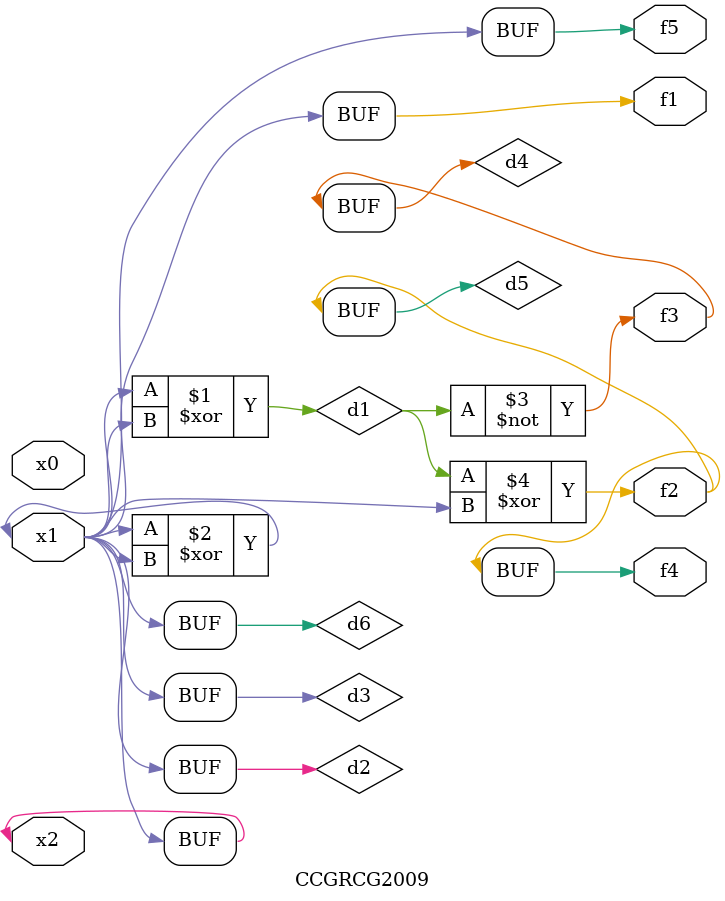
<source format=v>
module CCGRCG2009(
	input x0, x1, x2,
	output f1, f2, f3, f4, f5
);

	wire d1, d2, d3, d4, d5, d6;

	xor (d1, x1, x2);
	buf (d2, x1, x2);
	xor (d3, x1, x2);
	nor (d4, d1);
	xor (d5, d1, d2);
	buf (d6, d2, d3);
	assign f1 = d6;
	assign f2 = d5;
	assign f3 = d4;
	assign f4 = d5;
	assign f5 = d6;
endmodule

</source>
